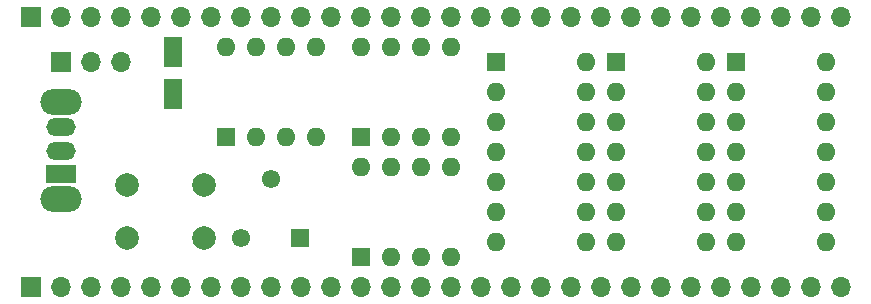
<source format=gbr>
%TF.GenerationSoftware,KiCad,Pcbnew,6.0.1-79c1e3a40b~116~ubuntu20.04.1*%
%TF.CreationDate,2022-02-13T18:37:17+04:00*%
%TF.ProjectId,clock_module,636c6f63-6b5f-46d6-9f64-756c652e6b69,rev?*%
%TF.SameCoordinates,Original*%
%TF.FileFunction,Soldermask,Top*%
%TF.FilePolarity,Negative*%
%FSLAX46Y46*%
G04 Gerber Fmt 4.6, Leading zero omitted, Abs format (unit mm)*
G04 Created by KiCad (PCBNEW 6.0.1-79c1e3a40b~116~ubuntu20.04.1) date 2022-02-13 18:37:17*
%MOMM*%
%LPD*%
G01*
G04 APERTURE LIST*
G04 Aperture macros list*
%AMRoundRect*
0 Rectangle with rounded corners*
0 $1 Rounding radius*
0 $2 $3 $4 $5 $6 $7 $8 $9 X,Y pos of 4 corners*
0 Add a 4 corners polygon primitive as box body*
4,1,4,$2,$3,$4,$5,$6,$7,$8,$9,$2,$3,0*
0 Add four circle primitives for the rounded corners*
1,1,$1+$1,$2,$3*
1,1,$1+$1,$4,$5*
1,1,$1+$1,$6,$7*
1,1,$1+$1,$8,$9*
0 Add four rect primitives between the rounded corners*
20,1,$1+$1,$2,$3,$4,$5,0*
20,1,$1+$1,$4,$5,$6,$7,0*
20,1,$1+$1,$6,$7,$8,$9,0*
20,1,$1+$1,$8,$9,$2,$3,0*%
G04 Aperture macros list end*
%ADD10R,1.600000X1.600000*%
%ADD11O,1.600000X1.600000*%
%ADD12R,1.700000X1.700000*%
%ADD13O,1.700000X1.700000*%
%ADD14R,1.550000X1.550000*%
%ADD15C,1.550000*%
%ADD16RoundRect,0.250000X0.550000X-1.050000X0.550000X1.050000X-0.550000X1.050000X-0.550000X-1.050000X0*%
%ADD17O,2.500000X1.500000*%
%ADD18R,2.500000X1.500000*%
%ADD19O,3.500000X2.200000*%
%ADD20C,2.000000*%
G04 APERTURE END LIST*
D10*
%TO.C,U1*%
X85090000Y-53330000D03*
D11*
X87630000Y-53330000D03*
X90170000Y-53330000D03*
X92710000Y-53330000D03*
X92710000Y-45710000D03*
X90170000Y-45710000D03*
X87630000Y-45710000D03*
X85090000Y-45710000D03*
%TD*%
D12*
%TO.C,J3*%
X71135000Y-46990000D03*
D13*
X73675000Y-46990000D03*
X76215000Y-46990000D03*
%TD*%
D10*
%TO.C,U3*%
X96530000Y-53330000D03*
D11*
X99070000Y-53330000D03*
X101610000Y-53330000D03*
X104150000Y-53330000D03*
X104150000Y-45710000D03*
X101610000Y-45710000D03*
X99070000Y-45710000D03*
X96530000Y-45710000D03*
%TD*%
D10*
%TO.C,U5*%
X128280000Y-46990000D03*
D11*
X128280000Y-49530000D03*
X128280000Y-52070000D03*
X128280000Y-54610000D03*
X128280000Y-57150000D03*
X128280000Y-59690000D03*
X128280000Y-62230000D03*
X135900000Y-62230000D03*
X135900000Y-59690000D03*
X135900000Y-57150000D03*
X135900000Y-54610000D03*
X135900000Y-52070000D03*
X135900000Y-49530000D03*
X135900000Y-46990000D03*
%TD*%
D14*
%TO.C,RV1*%
X91400000Y-61940000D03*
D15*
X88900000Y-56940000D03*
X86400000Y-61940000D03*
%TD*%
D16*
%TO.C,C5*%
X80645000Y-46129800D03*
X80645000Y-49729800D03*
%TD*%
D17*
%TO.C,SW2*%
X71120000Y-52515000D03*
X71120000Y-54515000D03*
D18*
X71120000Y-56515000D03*
D19*
X71120000Y-58615000D03*
X71120000Y-50415000D03*
%TD*%
D10*
%TO.C,U6*%
X118120000Y-46990000D03*
D11*
X118120000Y-49530000D03*
X118120000Y-52070000D03*
X118120000Y-54610000D03*
X118120000Y-57150000D03*
X118120000Y-59690000D03*
X118120000Y-62230000D03*
X125740000Y-62230000D03*
X125740000Y-59690000D03*
X125740000Y-57150000D03*
X125740000Y-54610000D03*
X125740000Y-52070000D03*
X125740000Y-49530000D03*
X125740000Y-46990000D03*
%TD*%
D20*
%TO.C,SW1*%
X76760000Y-57440000D03*
X83260000Y-57440000D03*
X76760000Y-61940000D03*
X83260000Y-61940000D03*
%TD*%
D10*
%TO.C,U2*%
X96520000Y-63490000D03*
D11*
X99060000Y-63490000D03*
X101600000Y-63490000D03*
X104140000Y-63490000D03*
X104140000Y-55870000D03*
X101600000Y-55870000D03*
X99060000Y-55870000D03*
X96520000Y-55870000D03*
%TD*%
D10*
%TO.C,U4*%
X107960000Y-46995000D03*
D11*
X107960000Y-49535000D03*
X107960000Y-52075000D03*
X107960000Y-54615000D03*
X107960000Y-57155000D03*
X107960000Y-59695000D03*
X107960000Y-62235000D03*
X115580000Y-62235000D03*
X115580000Y-59695000D03*
X115580000Y-57155000D03*
X115580000Y-54615000D03*
X115580000Y-52075000D03*
X115580000Y-49535000D03*
X115580000Y-46995000D03*
%TD*%
D12*
%TO.C,J1*%
X68595000Y-66040000D03*
D13*
X71135000Y-66040000D03*
X73675000Y-66040000D03*
X76215000Y-66040000D03*
X78755000Y-66040000D03*
X81295000Y-66040000D03*
X83835000Y-66040000D03*
X86375000Y-66040000D03*
X88915000Y-66040000D03*
X91455000Y-66040000D03*
X93995000Y-66040000D03*
X96535000Y-66040000D03*
X99075000Y-66040000D03*
X101615000Y-66040000D03*
X104155000Y-66040000D03*
X106695000Y-66040000D03*
X109235000Y-66040000D03*
X111775000Y-66040000D03*
X114315000Y-66040000D03*
X116855000Y-66040000D03*
X119395000Y-66040000D03*
X121935000Y-66040000D03*
X124475000Y-66040000D03*
X127015000Y-66040000D03*
X129555000Y-66040000D03*
X132095000Y-66040000D03*
X134635000Y-66040000D03*
X137175000Y-66040000D03*
%TD*%
D12*
%TO.C,J2*%
X68595000Y-43180000D03*
D13*
X71135000Y-43180000D03*
X73675000Y-43180000D03*
X76215000Y-43180000D03*
X78755000Y-43180000D03*
X81295000Y-43180000D03*
X83835000Y-43180000D03*
X86375000Y-43180000D03*
X88915000Y-43180000D03*
X91455000Y-43180000D03*
X93995000Y-43180000D03*
X96535000Y-43180000D03*
X99075000Y-43180000D03*
X101615000Y-43180000D03*
X104155000Y-43180000D03*
X106695000Y-43180000D03*
X109235000Y-43180000D03*
X111775000Y-43180000D03*
X114315000Y-43180000D03*
X116855000Y-43180000D03*
X119395000Y-43180000D03*
X121935000Y-43180000D03*
X124475000Y-43180000D03*
X127015000Y-43180000D03*
X129555000Y-43180000D03*
X132095000Y-43180000D03*
X134635000Y-43180000D03*
X137175000Y-43180000D03*
%TD*%
M02*

</source>
